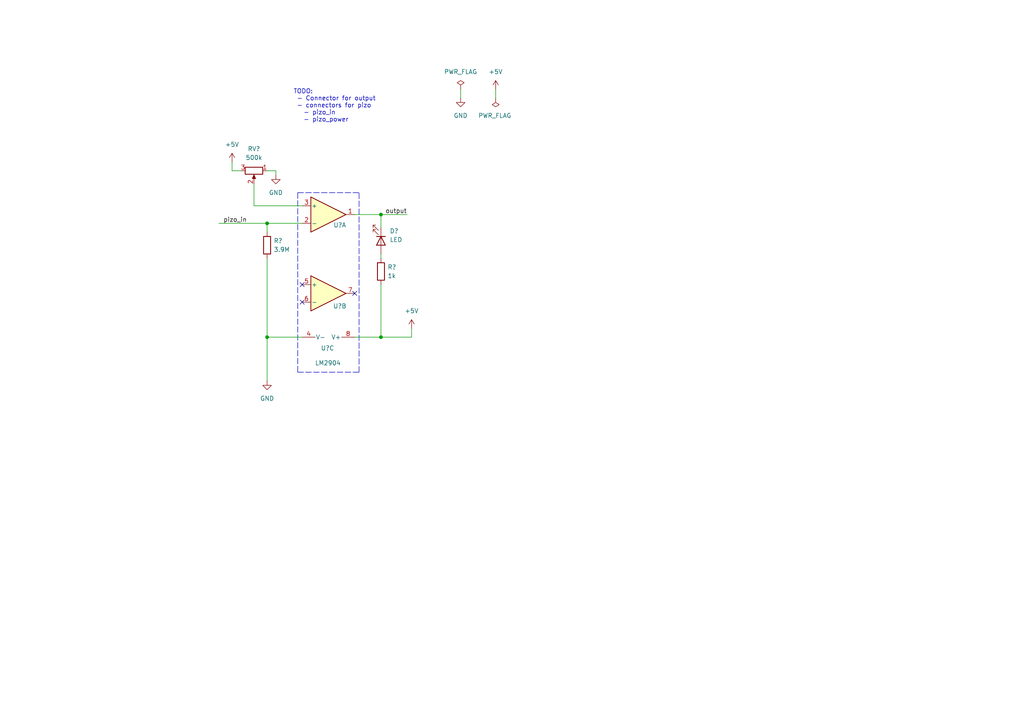
<source format=kicad_sch>
(kicad_sch (version 20211123) (generator eeschema)
  (paper "A4")
  (lib_symbols
    (symbol "Amplifier_Operational:LM2904" (pin_names (offset 0.127))
      (property "Reference" "U" (at 0 5.08 0))
      (property "Value" "LM2904" (at 0 -5.08 0))
      (symbol "LM2904_1_1"
        (polyline (pts (xy -5.08 5.08) (xy 5.08 0) (xy -5.08 -5.08) (xy -5.08 5.08)) (stroke (width 0.254)) (fill (type background)))
        (pin output line (at 7.62 0 180) (length 2.54) (name "~") (number "1"))
        (pin input line (at -7.62 -2.54 0) (length 2.54) (name "-") (number "2"))
        (pin input line (at -7.62 2.54 0) (length 2.54) (name "+") (number "3"))
      )
      (symbol "LM2904_2_1"
        (polyline (pts (xy -5.08 5.08) (xy 5.08 0) (xy -5.08 -5.08) (xy -5.08 5.08)) (stroke (width 0.254)) (fill (type background)))
        (pin input line (at -7.62 2.54 0) (length 2.54) (name "+") (number "5"))
        (pin input line (at -7.62 -2.54 0) (length 2.54) (name "-") (number "6"))
        (pin output line (at 7.62 0 180) (length 2.54) (name "~") (number "7"))
      )
      (symbol "LM2904_3_1"
        (pin power_in line (at -2.54 -7.62 90) (length 3.81) (name "V-") (number "4"))
        (pin power_in line (at -2.54 7.62 270) (length 3.81) (name "V+") (number "8"))
      )
    )
    (symbol "Device:LED" (pin_numbers hide) (pin_names (offset 1.016) hide)
      (property "Reference" "D" (at 0 2.54 0))
      (property "Value" "LED" (at 0 -2.54 0))
      (symbol "LED_0_1"
        (polyline (pts (xy -1.27 -1.27) (xy -1.27 1.27)) (stroke (width 0.254)))
        (polyline (pts (xy -1.27 0) (xy 1.27 0)))
        (polyline (pts (xy 1.27 -1.27) (xy 1.27 1.27) (xy -1.27 0) (xy 1.27 -1.27)) (stroke (width 0.254)))
        (polyline (pts (xy -3.048 -0.762) (xy -4.572 -2.286) (xy -3.81 -2.286) (xy -4.572 -2.286) (xy -4.572 -1.524)))
        (polyline (pts (xy -1.778 -0.762) (xy -3.302 -2.286) (xy -2.54 -2.286) (xy -3.302 -2.286) (xy -3.302 -1.524)))
      )
      (symbol "LED_1_1"
        (pin passive line (at -3.81 0 0) (length 2.54) (name "K") (number "1"))
        (pin passive line (at 3.81 0 180) (length 2.54) (name "A") (number "2"))
      )
    )
    (symbol "Device:R" (pin_numbers hide) (pin_names (offset 0))
      (property "Reference" "R" (at 2.032 0 90))
      (property "Value" "R" (at 0 0 90))
      (symbol "R_0_1"
        (rectangle (start -1.016 -2.54) (end 1.016 2.54) (stroke (width 0.254)))
      )
      (symbol "R_1_1"
        (pin passive line (at 0 3.81 270) (length 1.27) (name "~") (number "1"))
        (pin passive line (at 0 -3.81 90) (length 1.27) (name "~") (number "2"))
      )
    )
    (symbol "Device:R_Potentiometer" (pin_names (offset 1.016) hide)
      (property "Reference" "RV" (at -4.445 0 90))
      (property "Value" "R_Potentiometer" (at -2.54 0 90))
      (symbol "R_Potentiometer_0_1"
        (polyline (pts (xy 2.54 0) (xy 1.524 0)))
        (polyline (pts (xy 1.143 0) (xy 2.286 0.508) (xy 2.286 -0.508) (xy 1.143 0)) (fill (type outline)))
        (rectangle (start 1.016 2.54) (end -1.016 -2.54) (stroke (width 0.254)))
      )
      (symbol "R_Potentiometer_1_1"
        (pin passive line (at 0 3.81 270) (length 1.27) (name "1") (number "1"))
        (pin passive line (at 3.81 0 180) (length 1.27) (name "2") (number "2"))
        (pin passive line (at 0 -3.81 90) (length 1.27) (name "3") (number "3"))
      )
    )
    (symbol "power:+5V" (power) (pin_names (offset 0))
      (property "Value" "+5V" (at 0 3.556 0))
      (symbol "+5V_0_1"
        (polyline (pts (xy -0.762 1.27) (xy 0 2.54)))
        (polyline (pts (xy 0 0) (xy 0 2.54)))
        (polyline (pts (xy 0 2.54) (xy 0.762 1.27)))
      )
      (symbol "+5V_1_1"
        (pin power_in line (at 0 0 90) (length 0) hide (name "+5V") (number "1"))
      )
    )
    (symbol "power:GND" (power) (pin_names (offset 0))
      (property "Value" "GND" (at 0 -3.81 0))
      (symbol "GND_0_1"
        (polyline (pts (xy 0 0) (xy 0 -1.27) (xy 1.27 -1.27) (xy 0 -2.54) (xy -1.27 -1.27) (xy 0 -1.27)))
      )
      (symbol "GND_1_1"
        (pin power_in line (at 0 0 270) (length 0) hide (name "GND") (number "1"))
      )
    )
    (symbol "power:PWR_FLAG" (power) (pin_numbers hide) (pin_names (offset 0) hide)
      (property "Value" "PWR_FLAG" (at 0 3.81 0))
      (symbol "PWR_FLAG_0_0"
        (pin power_out line (at 0 0 90) (length 0) (name "pwr") (number "1"))
      )
      (symbol "PWR_FLAG_0_1"
        (polyline (pts (xy 0 0) (xy 0 1.27) (xy -1.016 1.905) (xy 0 2.54) (xy 1.016 1.905) (xy 0 1.27)))
      )
    )
  )
  (junction (at 77.47 97.79))
  (junction (at 77.47 64.77))
  (junction (at 110.49 62.23))
  (junction (at 110.49 97.79))
  (no_connect (at 87.63 82.55))
  (no_connect (at 87.63 87.63))
  (no_connect (at 102.87 85.09))
  (polyline (pts (xy 86.36 107.95) (xy 104.14 107.95)))
  (wire (pts (xy 77.47 97.79) (xy 77.47 110.49)))
  (wire (pts (xy 133.604 25.908) (xy 133.604 28.448)))
  (wire (pts (xy 119.38 97.79) (xy 119.38 95.25)))
  (wire (pts (xy 77.47 74.93) (xy 77.47 97.79)))
  (wire (pts (xy 102.87 62.23) (xy 110.49 62.23)))
  (wire (pts (xy 77.47 49.53) (xy 80.01 49.53)))
  (wire (pts (xy 110.49 73.66) (xy 110.49 74.93)))
  (wire (pts (xy 69.85 49.53) (xy 67.31 49.53)))
  (wire (pts (xy 110.49 82.55) (xy 110.49 97.79)))
  (wire (pts (xy 80.01 49.53) (xy 80.01 50.8)))
  (wire (pts (xy 73.66 53.34) (xy 73.66 59.69)))
  (wire (pts (xy 143.764 25.908) (xy 143.764 28.448)))
  (wire (pts (xy 77.47 64.77) (xy 87.63 64.77)))
  (polyline (pts (xy 104.14 107.95) (xy 104.14 55.88)))
  (wire (pts (xy 110.49 62.23) (xy 118.11 62.23)))
  (wire (pts (xy 110.49 62.23) (xy 110.49 66.04)))
  (polyline (pts (xy 86.36 55.88) (xy 86.36 107.95)))
  (wire (pts (xy 67.31 49.53) (xy 67.31 46.99)))
  (polyline (pts (xy 86.36 55.88) (xy 104.14 55.88)))
  (wire (pts (xy 63.5 64.77) (xy 77.47 64.77)))
  (wire (pts (xy 102.87 97.79) (xy 110.49 97.79)))
  (wire (pts (xy 110.49 97.79) (xy 119.38 97.79)))
  (wire (pts (xy 73.66 59.69) (xy 87.63 59.69)))
  (wire (pts (xy 87.63 97.79) (xy 77.47 97.79)))
  (wire (pts (xy 77.47 64.77) (xy 77.47 67.31)))
  (text "TODO:\n - Connector for output\n - connectors for pizo\n   - pizo_in\n   - pizo_power" (at 85.09 35.56 0) (effects (font (size 1.27 1.27)) (justify left bottom)))
  (label "output" (at 111.76 62.23 0))
  (label "pizo_in" (at 64.77 64.77 0))
  (symbol (lib_id "power:GND") (at 80.01 50.8 0) (unit 1)
    (property "Reference" "#PWR?" (effects hide))
    (property "Value" "GND" (at 80.01 55.88 0))
  )
  (symbol (lib_id "power:+5V") (at 119.38 95.25 0) (unit 1)
    (property "Reference" "#PWR?" (effects hide))
    (property "Value" "+5V" (at 119.38 90.17 0))
  )
  (symbol (lib_id "Device:R") (at 77.47 71.12 0) (unit 1)
    (property "Reference" "R?" (at 79.375 69.8499 0) (effects (justify left)))
    (property "Value" "3.9M" (at 79.375 72.3899 0) (effects (justify left)))
  )
  (symbol (lib_id "Device:R") (at 110.49 78.74 0) (unit 1)
    (property "Reference" "R?" (at 112.395 77.4699 0) (effects (justify left)))
    (property "Value" "1k" (at 112.395 80.0099 0) (effects (justify left)))
  )
  (symbol (lib_id "power:+5V") (at 143.764 25.908 0) (unit 1)
    (property "Reference" "#PWR?" (effects hide))
    (property "Value" "+5V" (at 143.764 20.828 0))
  )
  (symbol (lib_id "Device:LED") (at 110.49 69.85 270) (unit 1)
    (property "Reference" "D?" (at 113.03 66.9924 90) (effects (justify left)))
    (property "Value" "LED" (at 113.03 69.5324 90) (effects (justify left)))
  )
  (symbol (lib_id "Device:R_Potentiometer") (at 73.66 49.53 270) (unit 1)
    (property "Reference" "RV?" (at 73.66 43.18 90))
    (property "Value" "500k" (at 73.66 45.72 90))
  )
  (symbol (lib_id "power:PWR_FLAG") (at 133.604 25.908 0) (unit 1)
    (property "Reference" "#FLG?" (effects hide))
    (property "Value" "PWR_FLAG" (at 133.604 20.828 0))
  )
  (symbol (lib_id "power:+5V") (at 67.31 46.99 0) (unit 1)
    (property "Reference" "#PWR?" (effects hide))
    (property "Value" "+5V" (at 67.31 41.91 0))
  )
  (symbol (lib_id "Amplifier_Operational:LM2904") (at 95.25 85.09 0) (unit 2)
    (property "Reference" "U?" (at 98.552 88.773 0))
    (property "Value" "LM2904" (effects hide))
    (property "Datasheet" "http://www.ti.com/lit/ds/symlink/lm358.pdf" (effects hide))
  )
  (symbol (lib_id "Amplifier_Operational:LM2904") (at 95.25 62.23 0) (unit 1)
    (property "Reference" "U?" (at 98.552 65.278 0))
    (property "Value" "LM2904" (effects hide))
    (property "Footprint" "Package_SO:SO-8_3.9x4.9mm_P1.27mm" (effects hide))
    (property "Datasheet" "http://www.ti.com/lit/ds/symlink/lm358.pdf" (effects hide))
    (property "Purchase" "https://www.mouser.com/ProductDetail/Texas-Instruments/LM2904BIDR?qs=9r4v7xj2LnnFewvbXZMeJA%3D%3D" (effects hide))
  )
  (symbol (lib_id "power:GND") (at 133.604 28.448 0) (unit 1)
    (property "Reference" "#PWR?" (effects hide))
    (property "Value" "GND" (at 133.604 33.528 0))
  )
  (symbol (lib_id "power:PWR_FLAG") (at 143.764 28.448 180) (unit 1)
    (property "Reference" "#FLG?" (effects hide))
    (property "Value" "PWR_FLAG" (at 138.684 33.528 0) (effects (justify right)))
  )
  (symbol (lib_id "Amplifier_Operational:LM2904") (at 95.25 100.33 270) (unit 3)
    (property "Reference" "U?" (at 94.996 100.965 90))
    (property "Value" "LM2904" (at 95.123 105.283 90))
    (property "Datasheet" "http://www.ti.com/lit/ds/symlink/lm358.pdf" (effects hide))
  )
  (symbol (lib_id "power:GND") (at 77.47 110.49 0) (unit 1)
    (property "Reference" "#PWR?" (effects hide))
    (property "Value" "GND" (at 77.47 115.57 0))
  )
)
</source>
